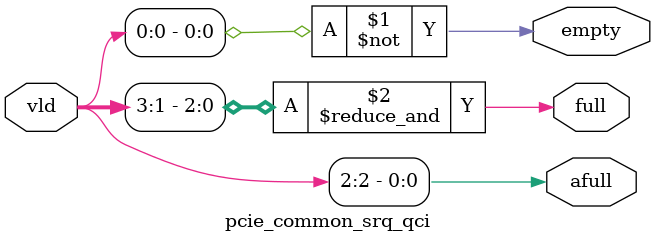
<source format=v>
module pcie_common_srq_qci (
			    vld,
			    empty,
			    full,
			    afull
			    );

// ----------------------------------------------------------------------------
// Parameters
// ----------------------------------------------------------------------------
  parameter	QD = 4;				// queue depth

// ----------------------------------------------------------------------------
// Ports
// ----------------------------------------------------------------------------
  input	 [QD-1:0]	vld;			// valid

  output		empty;			// empty
  output		full;			// full
  output		afull;			// almost full

// ----------------------------------------------------------------------------
// Combinational
// ----------------------------------------------------------------------------

  wire			empty = ~vld[0];
  wire			full  = &vld[QD-1:1];
  wire			afull =  vld[QD-2];
  
endmodule // pcie_common_srq_qci


</source>
